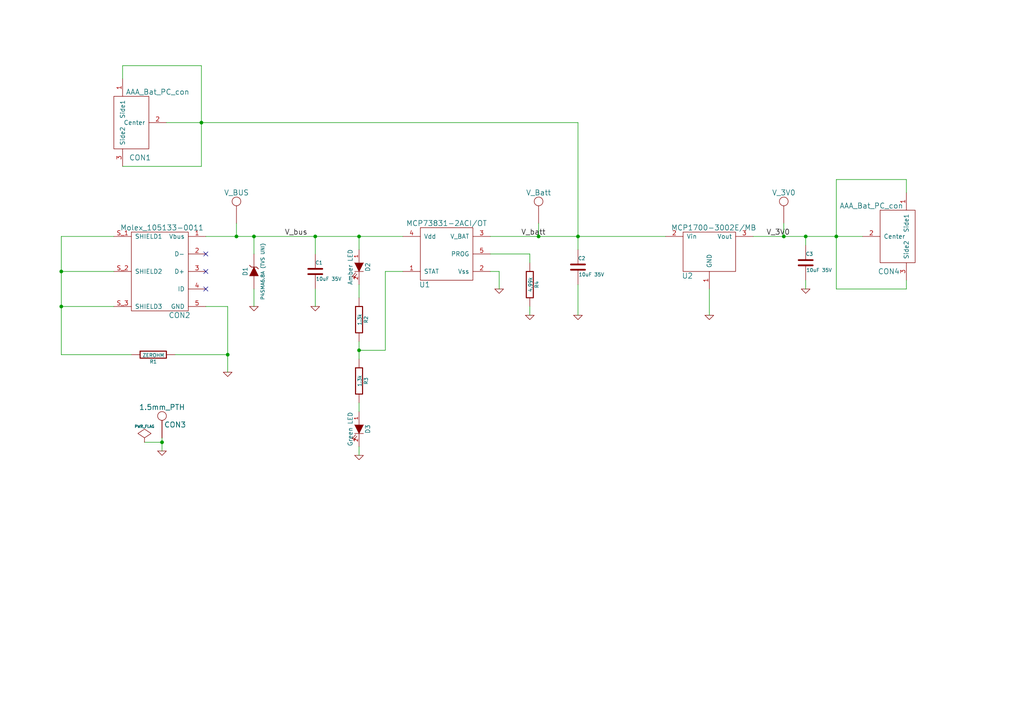
<source format=kicad_sch>
(kicad_sch (version 20230121) (generator eeschema)
  (paper "A4")
  (title_block (title "Magic mouse charger board") (date "Monday, January 05, 2015") (rev "0.1") (company "Nightmechanic") (comment 1 "All rights reserved"))
  (lib_symbols
    (symbol "Mouse_charger-rescue:AAA_Bat_PC_con" (pin_names (offset 1.016))
      (property "Reference" "CON" (at 5.08 -10.16 0))
      (property "Value" "AAA_Bat_PC_con" (at 10.16 8.89 0))
      (symbol "AAA_Bat_PC_con_0_1"
        (rectangle (start -2.54 7.62) (end 7.62 -7.62))
      )
      (symbol "AAA_Bat_PC_con_1_1"
        (pin passive line (at 0 12.7 270) (length 5.08) (name "Side1") (number "1"))
        (pin passive line (at 12.7 0 180) (length 5.08) (name "Center") (number "2"))
        (pin passive line (at 0 -12.7 90) (length 5.08) (name "Side2") (number "3"))
      )
    )
    (symbol "Mouse_charger-rescue:C" (pin_numbers hide) (pin_names (offset 0.254))
      (property "Reference" "C" (at 0 2.54 0))
      (property "Value" "C" (at 0.1524 -2.159 0))
      (symbol "C_0_1"
        (polyline (pts (xy -2.032 -0.762) (xy 2.032 -0.762)) (stroke (width 0.508)))
        (polyline (pts (xy -2.032 0.762) (xy 2.032 0.762)) (stroke (width 0.508)))
      )
      (symbol "C_1_1"
        (pin passive line (at 0 5.08 270) (length 4.318) (name "~") (number "1"))
        (pin passive line (at 0 -5.08 90) (length 4.318) (name "~") (number "2"))
      )
    )
    (symbol "Mouse_charger-rescue:GND" (power) (pin_names (offset 0))
      (symbol "GND_0_1"
        (polyline (pts (xy -1.27 0) (xy 0 -1.27) (xy 1.27 0) (xy -1.27 0)))
      )
      (symbol "GND_1_1"
        (pin power_in line (at 0 0 90) (length 0) hide (name "GND") (number "1"))
      )
    )
    (symbol "Mouse_charger-rescue:LED" (pin_names (offset 1.016) hide)
      (property "Reference" "D" (at 0 2.54 0))
      (property "Value" "LED" (at 0 -2.54 0))
      (symbol "LED_0_1"
        (polyline (pts (xy 1.27 1.27) (xy 1.27 -1.27)))
        (polyline (pts (xy -1.27 1.27) (xy 1.27 0) (xy -1.27 -1.27)) (fill (type outline)))
        (polyline (pts (xy 1.651 -1.016) (xy 2.794 -2.032) (xy 2.667 -1.397)))
        (polyline (pts (xy 2.032 -0.635) (xy 3.175 -1.651) (xy 3.048 -1.016)))
      )
      (symbol "LED_1_1"
        (pin passive line (at -5.08 0 0) (length 3.81) (name "A") (number "1"))
        (pin passive line (at 5.08 0 180) (length 3.81) (name "K") (number "2"))
      )
    )
    (symbol "Mouse_charger-rescue:MCP1700-3002E/MB" (pin_names (offset 1.016))
      (property "Reference" "U" (at -6.35 -11.43 0))
      (property "Value" "MCP1700-3002E/MB" (at 1.27 2.54 0))
      (symbol "MCP1700-3002E/MB_0_1"
        (rectangle (start -7.62 1.27) (end 7.62 -10.16))
      )
      (symbol "MCP1700-3002E/MB_1_1"
        (pin passive line (at 0 -15.24 90) (length 5.08) (name "GND") (number "1"))
        (pin power_in line (at -12.7 0 0) (length 5.08) (name "Vin") (number "2"))
        (pin power_out line (at 12.7 0 180) (length 5.08) (name "Vout") (number "3"))
      )
    )
    (symbol "Mouse_charger-rescue:MCP73831-2ACI/OT" (pin_names (offset 1.016))
      (property "Reference" "U" (at -6.35 -8.89 0))
      (property "Value" "MCP73831-2ACI/OT" (at 0 8.89 0))
      (symbol "MCP73831-2ACI/OT_0_1"
        (rectangle (start -7.62 7.62) (end 7.62 -7.62))
      )
      (symbol "MCP73831-2ACI/OT_1_1"
        (pin tri_state line (at -12.7 -5.08 0) (length 5.08) (name "STAT") (number "1"))
        (pin passive line (at 12.7 -5.08 180) (length 5.08) (name "Vss") (number "2"))
        (pin power_out line (at 12.7 5.08 180) (length 5.08) (name "V_BAT") (number "3"))
        (pin power_in line (at -12.7 5.08 0) (length 5.08) (name "Vdd") (number "4"))
        (pin passive line (at 12.7 0 180) (length 5.08) (name "PROG") (number "5"))
      )
    )
    (symbol "Mouse_charger-rescue:Molex_105133-0011" (pin_names (offset 1.016))
      (property "Reference" "CON" (at -5.08 -12.7 0))
      (property "Value" "Molex_105133-0011" (at 0 12.7 0))
      (symbol "Molex_105133-0011_0_1"
        (rectangle (start -7.62 11.43) (end 8.89 -11.43))
      )
      (symbol "Molex_105133-0011_1_1"
        (pin power_out line (at -12.7 10.16 0) (length 5.08) (name "Vbus") (number "1"))
        (pin passive line (at -12.7 5.08 0) (length 5.08) (name "D-") (number "2"))
        (pin passive line (at -12.7 0 0) (length 5.08) (name "D+") (number "3"))
        (pin passive line (at -12.7 -5.08 0) (length 5.08) (name "ID") (number "4"))
        (pin passive line (at -12.7 -10.16 0) (length 5.08) (name "GND") (number "5"))
        (pin passive line (at 13.97 10.16 180) (length 5.08) (name "SHIELD1") (number "S_1"))
        (pin passive line (at 13.97 0 180) (length 5.08) (name "SHIELD2") (number "S_2"))
        (pin passive line (at 13.97 -10.16 180) (length 5.08) (name "SHIELD3") (number "S_3"))
      )
    )
    (symbol "Mouse_charger-rescue:PWR_FLAG" (power) (pin_numbers hide) (pin_names (offset 0) hide)
      (property "Value" "PWR_FLAG" (at 0 4.572 0))
      (symbol "PWR_FLAG_0_0"
        (pin power_out line (at 0 0 90) (length 0) (name "pwr") (number "1"))
      )
      (symbol "PWR_FLAG_0_1"
        (polyline (pts (xy 0 0) (xy 0 1.27) (xy -1.905 2.54) (xy 0 3.81) (xy 1.905 2.54) (xy 0 1.27)))
      )
    )
    (symbol "Mouse_charger-rescue:R" (pin_numbers hide) (pin_names (offset 0))
      (property "Reference" "R" (at 2.032 0 90))
      (property "Value" "R" (at 0.1778 0.0254 90))
      (symbol "R_0_1"
        (rectangle (start -1.016 3.81) (end 1.016 -3.81) (stroke (width 0.3048)))
      )
      (symbol "R_1_1"
        (pin passive line (at 0 6.35 270) (length 2.54) (name "~") (number "1"))
        (pin passive line (at 0 -6.35 90) (length 2.54) (name "~") (number "2"))
      )
    )
    (symbol "Mouse_charger-rescue:V_3V0" (power) (pin_numbers hide) (pin_names (offset 1.016) hide)
      (property "Value" "V_3V0" (at 0 2.54 0))
      (symbol "V_3V0_0_1"
        (circle (center 0 0) (radius 1.27))
      )
      (symbol "V_3V0_1_1"
        (pin passive line (at 0 -6.35 90) (length 5.08) (name "1") (number "1"))
      )
    )
    (symbol "Mouse_charger-rescue:V_BUS" (power) (pin_numbers hide) (pin_names (offset 1.016) hide)
      (property "Value" "V_BUS" (at 0 2.54 0))
      (symbol "V_BUS_0_1"
        (circle (center 0 0) (radius 1.27))
      )
      (symbol "V_BUS_1_1"
        (pin passive line (at 0 -6.35 90) (length 5.08) (name "1") (number "1"))
      )
    )
    (symbol "Mouse_charger-rescue:V_Batt" (power) (pin_numbers hide) (pin_names (offset 1.016) hide)
      (property "Value" "V_Batt" (at 0 2.54 0))
      (symbol "V_Batt_0_1"
        (circle (center 0 0) (radius 1.27))
      )
      (symbol "V_Batt_1_1"
        (pin passive line (at 0 -6.35 90) (length 5.08) (name "1") (number "1"))
      )
    )
    (symbol "Mouse_charger-rescue:Xmm_PTH" (pin_numbers hide) (pin_names (offset 1.016) hide)
      (property "Reference" "CON" (at 3.81 -2.54 0))
      (property "Value" "Xmm_PTH" (at 0 2.54 0))
      (symbol "Xmm_PTH_0_1"
        (circle (center 0 0) (radius 1.27))
      )
      (symbol "Xmm_PTH_1_1"
        (pin passive line (at 0 -6.35 90) (length 5.08) (name "1") (number "1"))
      )
    )
    (symbol "Mouse_charger-rescue:ZENER" (pin_numbers hide) (pin_names (offset 1.016) hide)
      (property "Reference" "D" (at 0 2.54 0))
      (property "Value" "ZENER" (at 0 -2.54 0))
      (symbol "ZENER_0_1"
        (polyline (pts (xy 1.27 0) (xy -1.27 1.27) (xy -1.27 -1.27) (xy 1.27 0) (xy 1.27 0)) (fill (type outline)))
        (polyline (pts (xy 1.778 1.27) (xy 1.27 0.762) (xy 1.27 -0.762) (xy 0.762 -1.27) (xy 0.762 -1.27)) (stroke (width 0.2032)))
      )
      (symbol "ZENER_1_1"
        (pin passive line (at -5.08 0 0) (length 3.81) (name "A") (number "1"))
        (pin passive line (at 5.08 0 180) (length 3.81) (name "K") (number "2"))
      )
    )
  )
  (junction (at 242.57 68.58))
  (junction (at 66.04 102.87))
  (junction (at 167.64 68.58))
  (junction (at 58.42 35.56))
  (junction (at 156.21 68.58))
  (junction (at 104.14 68.58))
  (junction (at 68.58 68.58))
  (junction (at 233.68 68.58))
  (junction (at 227.33 68.58))
  (junction (at 17.78 88.9))
  (junction (at 46.99 128.27))
  (junction (at 17.78 78.74))
  (junction (at 104.14 101.6))
  (junction (at 91.44 68.58))
  (junction (at 73.66 68.58))
  (no_connect (at 59.69 78.74))
  (no_connect (at 59.69 73.66))
  (no_connect (at 59.69 83.82))
  (wire (pts (xy 104.14 82.55) (xy 104.14 86.36)))
  (wire (pts (xy 59.69 88.9) (xy 66.04 88.9)))
  (wire (pts (xy 33.02 78.74) (xy 17.78 78.74)))
  (wire (pts (xy 73.66 83.82) (xy 73.66 88.9)))
  (wire (pts (xy 46.99 128.27) (xy 46.99 130.81)))
  (wire (pts (xy 167.64 35.56) (xy 167.64 68.58)))
  (wire (pts (xy 111.76 78.74) (xy 111.76 101.6)))
  (wire (pts (xy 116.84 78.74) (xy 111.76 78.74)))
  (wire (pts (xy 66.04 88.9) (xy 66.04 102.87)))
  (wire (pts (xy 91.44 83.82) (xy 91.44 88.9)))
  (wire (pts (xy 33.02 88.9) (xy 17.78 88.9)))
  (wire (pts (xy 35.56 19.05) (xy 35.56 22.86)))
  (wire (pts (xy 104.14 68.58) (xy 116.84 68.58)))
  (wire (pts (xy 73.66 68.58) (xy 91.44 68.58)))
  (wire (pts (xy 153.67 73.66) (xy 142.24 73.66)))
  (wire (pts (xy 58.42 19.05) (xy 58.42 35.56)))
  (wire (pts (xy 262.89 83.82) (xy 242.57 83.82)))
  (wire (pts (xy 73.66 73.66) (xy 73.66 68.58)))
  (wire (pts (xy 17.78 102.87) (xy 38.1 102.87)))
  (wire (pts (xy 17.78 88.9) (xy 17.78 102.87)))
  (wire (pts (xy 242.57 68.58) (xy 250.19 68.58)))
  (wire (pts (xy 227.33 64.77) (xy 227.33 68.58)))
  (wire (pts (xy 104.14 99.06) (xy 104.14 101.6)))
  (wire (pts (xy 262.89 55.88) (xy 262.89 52.07)))
  (wire (pts (xy 156.21 68.58) (xy 167.64 68.58)))
  (wire (pts (xy 262.89 52.07) (xy 242.57 52.07)))
  (wire (pts (xy 104.14 72.39) (xy 104.14 68.58)))
  (wire (pts (xy 17.78 68.58) (xy 17.78 78.74)))
  (wire (pts (xy 91.44 73.66) (xy 91.44 68.58)))
  (wire (pts (xy 233.68 68.58) (xy 233.68 71.12)))
  (wire (pts (xy 167.64 82.55) (xy 167.64 91.44)))
  (wire (pts (xy 33.02 68.58) (xy 17.78 68.58)))
  (wire (pts (xy 66.04 102.87) (xy 66.04 107.95)))
  (wire (pts (xy 111.76 101.6) (xy 104.14 101.6)))
  (wire (pts (xy 41.91 128.27) (xy 46.99 128.27)))
  (wire (pts (xy 227.33 68.58) (xy 233.68 68.58)))
  (wire (pts (xy 68.58 64.77) (xy 68.58 68.58)))
  (wire (pts (xy 242.57 52.07) (xy 242.57 68.58)))
  (wire (pts (xy 142.24 68.58) (xy 156.21 68.58)))
  (wire (pts (xy 104.14 101.6) (xy 104.14 104.14)))
  (wire (pts (xy 167.64 68.58) (xy 167.64 72.39)))
  (wire (pts (xy 153.67 76.2) (xy 153.67 73.66)))
  (wire (pts (xy 59.69 68.58) (xy 68.58 68.58)))
  (wire (pts (xy 46.99 127) (xy 46.99 128.27)))
  (wire (pts (xy 144.78 78.74) (xy 144.78 83.82)))
  (wire (pts (xy 68.58 68.58) (xy 73.66 68.58)))
  (wire (pts (xy 233.68 81.28) (xy 233.68 83.82)))
  (wire (pts (xy 48.26 35.56) (xy 58.42 35.56)))
  (wire (pts (xy 167.64 68.58) (xy 193.04 68.58)))
  (wire (pts (xy 104.14 116.84) (xy 104.14 119.38)))
  (wire (pts (xy 58.42 35.56) (xy 58.42 48.26)))
  (wire (pts (xy 50.8 102.87) (xy 66.04 102.87)))
  (wire (pts (xy 17.78 78.74) (xy 17.78 88.9)))
  (wire (pts (xy 218.44 68.58) (xy 227.33 68.58)))
  (wire (pts (xy 156.21 64.77) (xy 156.21 68.58)))
  (wire (pts (xy 58.42 35.56) (xy 167.64 35.56)))
  (wire (pts (xy 104.14 129.54) (xy 104.14 132.08)))
  (wire (pts (xy 153.67 88.9) (xy 153.67 91.44)))
  (wire (pts (xy 262.89 81.28) (xy 262.89 83.82)))
  (wire (pts (xy 35.56 19.05) (xy 58.42 19.05)))
  (wire (pts (xy 242.57 68.58) (xy 242.57 83.82)))
  (wire (pts (xy 205.74 83.82) (xy 205.74 91.44)))
  (wire (pts (xy 58.42 48.26) (xy 35.56 48.26)))
  (wire (pts (xy 233.68 68.58) (xy 242.57 68.58)))
  (wire (pts (xy 91.44 68.58) (xy 104.14 68.58)))
  (wire (pts (xy 142.24 78.74) (xy 144.78 78.74)))
  (label "V_3V0" (at 222.25 68.58 0) (effects (font (size 1.524 1.524))))
  (label "V_bus" (at 82.55 68.58 0) (effects (font (size 1.524 1.524))))
  (label "V_batt" (at 151.13 68.58 0) (effects (font (size 1.524 1.524))))
  (symbol (lib_id "Mouse_charger-rescue:Molex_105133-0011") (at 46.99 78.74 0) (mirror y) (unit 1)
    (property "Reference" "CON2" (at 52.07 91.44 0) (effects (font (size 1.524 1.524))))
    (property "Value" "Molex_105133-0011" (at 46.99 66.04 0) (effects (font (size 1.524 1.524))))
    (property "Footprint" "Nightmechanic_PCB:Molex_105122_0011_no_slots" (effects hide))
    (property "Datasheet" "http://www.molex.com/molex/products/datasheet.jsp?part=active/1051330011_IO_CONNECTORS.xml" (effects hide))
  )
  (symbol (lib_id "Mouse_charger-rescue:MCP73831-2ACI/OT") (at 129.54 73.66 0) (unit 1)
    (property "Reference" "U1" (at 123.19 82.55 0) (effects (font (size 1.524 1.524))))
    (property "Value" "MCP73831-2ACI/OT" (at 129.54 64.77 0) (effects (font (size 1.524 1.524))))
    (property "Footprint" "Nightmechanic_PCB:MCP_SOT-23-5" (effects hide))
    (property "Datasheet" "http://www.microchip.com/wwwproducts/Devices.aspx?dDocName=en024903" (effects hide))
  )
  (symbol (lib_id "Mouse_charger-rescue:MCP1700-3002E/MB") (at 205.74 68.58 0) (unit 1)
    (property "Reference" "U2" (at 199.39 80.01 0) (effects (font (size 1.524 1.524))))
    (property "Value" "MCP1700-3002E/MB" (at 207.01 66.04 0) (effects (font (size 1.524 1.524))))
    (property "Footprint" "Nightmechanic_PCB:MCP_SOT-89" (effects hide))
    (property "Datasheet" "http://www.microchip.com/wwwproducts/Devices.aspx?dDocName=en010642" (effects hide))
  )
  (symbol (lib_id "Mouse_charger-rescue:ZENER") (at 73.66 78.74 90) (unit 1)
    (property "Reference" "D1" (at 71.12 78.74 0))
    (property "Value" "P4SMA6.8A (TVS UNI)" (at 76.2 78.74 0) (effects (font (size 1.016 1.016))))
    (property "Footprint" "Nightmechanic_PCB:DO-214AC" (effects hide))
    (property "Datasheet" "http://www.mouser.com/ds/2/240/Littelfuse_TVS-Diodes_P4SMA-63078.pdf" (effects hide))
  )
  (symbol (lib_id "Mouse_charger-rescue:C") (at 91.44 78.74 0) (unit 1)
    (property "Reference" "C1" (at 91.44 76.2 0) (effects (font (size 1.016 1.016)) (justify left)))
    (property "Value" "10uF 35V" (at 91.5924 80.899 0) (effects (font (size 1.016 1.016)) (justify left)))
    (property "Footprint" "Nightmechanic_PCB:mm_3216" (effects hide))
    (property "Datasheet" "http://www.yuden.co.jp/productdata/catalog/en/mlcc01_e.pdf" (effects hide))
  )
  (symbol (lib_id "Mouse_charger-rescue:R") (at 104.14 92.71 0) (unit 1)
    (property "Reference" "R2" (at 106.172 92.71 90) (effects (font (size 1.016 1.016))))
    (property "Value" "1.3k" (at 104.3178 92.6846 90) (effects (font (size 1.016 1.016))))
    (property "Footprint" "Resistors_SMD:R_0805" (effects hide))
  )
  (symbol (lib_id "Mouse_charger-rescue:LED") (at 104.14 77.47 270) (unit 1)
    (property "Reference" "D2" (at 106.68 77.47 0))
    (property "Value" "Amber LED" (at 101.6 77.47 0))
    (property "Footprint" "Nightmechanic_PCB:SMD_MiniLED" (effects hide))
    (property "Datasheet" "http://www.vishay.com/docs/81339/vlms20.pdf" (effects hide))
  )
  (symbol (lib_id "Mouse_charger-rescue:R") (at 104.14 110.49 0) (unit 1)
    (property "Reference" "R3" (at 106.172 110.49 90) (effects (font (size 1.016 1.016))))
    (property "Value" "1.3k" (at 104.3178 110.4646 90) (effects (font (size 1.016 1.016))))
    (property "Footprint" "Resistors_SMD:R_0805" (effects hide))
  )
  (symbol (lib_id "Mouse_charger-rescue:LED") (at 104.14 124.46 270) (unit 1)
    (property "Reference" "D3" (at 106.68 124.46 0))
    (property "Value" "Green LED" (at 101.6 124.46 0))
    (property "Footprint" "Nightmechanic_PCB:SMD_MiniLED" (effects hide))
    (property "Datasheet" "http://www.vishay.com/docs/81339/vlms20.pdf" (effects hide))
  )
  (symbol (lib_id "Mouse_charger-rescue:R") (at 153.67 82.55 0) (unit 1)
    (property "Reference" "R4" (at 155.702 82.55 90) (effects (font (size 1.016 1.016))))
    (property "Value" "4.99k" (at 153.8478 82.5246 90) (effects (font (size 1.016 1.016))))
    (property "Footprint" "Resistors_SMD:R_0805" (effects hide))
  )
  (symbol (lib_id "Mouse_charger-rescue:C") (at 167.64 77.47 0) (unit 1)
    (property "Reference" "C2" (at 167.64 74.93 0) (effects (font (size 1.016 1.016)) (justify left)))
    (property "Value" "10uF 35V" (at 167.7924 79.629 0) (effects (font (size 1.016 1.016)) (justify left)))
    (property "Footprint" "Nightmechanic_PCB:mm_3216" (effects hide))
    (property "Datasheet" "http://www.yuden.co.jp/productdata/catalog/en/mlcc01_e.pdf" (effects hide))
  )
  (symbol (lib_id "Mouse_charger-rescue:R") (at 44.45 102.87 270) (unit 1)
    (property "Reference" "R1" (at 44.45 104.902 90) (effects (font (size 1.016 1.016))))
    (property "Value" "ZEROHM" (at 44.4754 103.0478 90) (effects (font (size 1.016 1.016))))
    (property "Footprint" "Resistors_SMD:R_0805" (effects hide))
  )
  (symbol (lib_id "Mouse_charger-rescue:C") (at 233.68 76.2 0) (unit 1)
    (property "Reference" "C3" (at 233.68 73.66 0) (effects (font (size 1.016 1.016)) (justify left)))
    (property "Value" "10uF 35V" (at 233.8324 78.359 0) (effects (font (size 1.016 1.016)) (justify left)))
    (property "Footprint" "Nightmechanic_PCB:mm_3216" (effects hide))
    (property "Datasheet" "http://www.yuden.co.jp/productdata/catalog/en/mlcc01_e.pdf" (effects hide))
  )
  (symbol (lib_id "Mouse_charger-rescue:GND") (at 233.68 83.82 0) (unit 1)
    (property "Reference" "#PWR01" (effects hide))
    (property "Value" "GND" (effects hide))
  )
  (symbol (lib_id "Mouse_charger-rescue:GND") (at 205.74 91.44 0) (unit 1)
    (property "Reference" "#PWR02" (effects hide))
    (property "Value" "GND" (effects hide))
  )
  (symbol (lib_id "Mouse_charger-rescue:GND") (at 167.64 91.44 0) (unit 1)
    (property "Reference" "#PWR03" (effects hide))
    (property "Value" "GND" (effects hide))
  )
  (symbol (lib_id "Mouse_charger-rescue:GND") (at 153.67 91.44 0) (unit 1)
    (property "Reference" "#PWR04" (effects hide))
    (property "Value" "GND" (effects hide))
  )
  (symbol (lib_id "Mouse_charger-rescue:GND") (at 91.44 88.9 0) (unit 1)
    (property "Reference" "#PWR05" (effects hide))
    (property "Value" "GND" (effects hide))
  )
  (symbol (lib_id "Mouse_charger-rescue:GND") (at 73.66 88.9 0) (unit 1)
    (property "Reference" "#PWR06" (effects hide))
    (property "Value" "GND" (effects hide))
  )
  (symbol (lib_id "Mouse_charger-rescue:GND") (at 66.04 107.95 0) (unit 1)
    (property "Reference" "#PWR07" (effects hide))
    (property "Value" "GND" (effects hide))
  )
  (symbol (lib_id "Mouse_charger-rescue:GND") (at 104.14 132.08 0) (unit 1)
    (property "Reference" "#PWR08" (effects hide))
    (property "Value" "GND" (effects hide))
  )
  (symbol (lib_id "Mouse_charger-rescue:GND") (at 144.78 83.82 0) (unit 1)
    (property "Reference" "#PWR09" (effects hide))
    (property "Value" "GND" (effects hide))
  )
  (symbol (lib_id "Mouse_charger-rescue:AAA_Bat_PC_con") (at 262.89 68.58 0) (mirror y) (unit 1)
    (property "Reference" "CON4" (at 257.81 78.74 0) (effects (font (size 1.524 1.524))))
    (property "Value" "AAA_Bat_PC_con" (at 252.73 59.69 0) (effects (font (size 1.524 1.524))))
    (property "Footprint" "Nightmechanic_PCB:Keystone_597" (effects hide))
    (property "Datasheet" "http://www.mouser.com/ds/2/215/597-288629.pdf" (effects hide))
  )
  (symbol (lib_id "Mouse_charger-rescue:AAA_Bat_PC_con") (at 35.56 35.56 0) (unit 1)
    (property "Reference" "CON1" (at 40.64 45.72 0) (effects (font (size 1.524 1.524))))
    (property "Value" "AAA_Bat_PC_con" (at 45.72 26.67 0) (effects (font (size 1.524 1.524))))
    (property "Footprint" "Nightmechanic_PCB:Keystone_597" (effects hide))
    (property "Datasheet" "http://www.mouser.com/ds/2/215/597-288629.pdf" (effects hide))
  )
  (symbol (lib_id "Mouse_charger-rescue:Xmm_PTH") (at 46.99 120.65 0) (unit 1)
    (property "Reference" "CON3" (at 50.8 123.19 0) (effects (font (size 1.524 1.524))))
    (property "Value" "1.5mm_PTH" (at 46.99 118.11 0) (effects (font (size 1.524 1.524))))
    (property "Footprint" "Nightmechanic_PCB:1.5mm_PTH" (effects hide))
  )
  (symbol (lib_id "Mouse_charger-rescue:GND") (at 46.99 130.81 0) (unit 1)
    (property "Reference" "#PWR010" (effects hide))
    (property "Value" "GND" (effects hide))
  )
  (symbol (lib_id "Mouse_charger-rescue:PWR_FLAG") (at 41.91 128.27 0) (unit 1)
    (property "Reference" "#FLG011" (effects hide))
    (property "Value" "PWR_FLAG" (at 41.91 123.698 0) (effects (font (size 0.762 0.762))))
  )
  (symbol (lib_id "Mouse_charger-rescue:V_BUS") (at 68.58 58.42 0) (unit 1)
    (property "Reference" "#PWR012" (effects hide))
    (property "Value" "V_BUS" (at 68.58 55.88 0) (effects (font (size 1.524 1.524))))
  )
  (symbol (lib_id "Mouse_charger-rescue:V_Batt") (at 156.21 58.42 0) (unit 1)
    (property "Reference" "#PWR013" (effects hide))
    (property "Value" "V_Batt" (at 156.21 55.88 0) (effects (font (size 1.524 1.524))))
  )
  (symbol (lib_id "Mouse_charger-rescue:V_3V0") (at 227.33 58.42 0) (unit 1)
    (property "Reference" "#PWR014" (effects hide))
    (property "Value" "V_3V0" (at 227.33 55.88 0) (effects (font (size 1.524 1.524))))
  )
)
</source>
